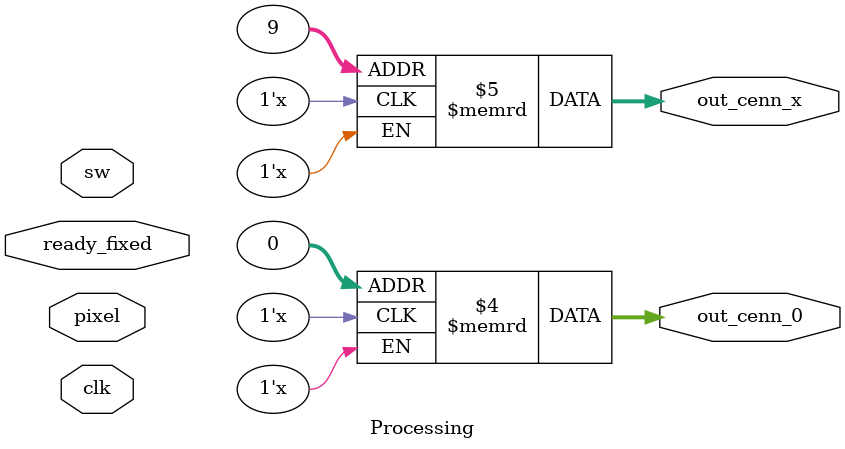
<source format=sv>
module Processing(input logic clk, ready_fixed,
                  input logic [2:0] sw,
                  input logic [width-1:0] pixel,
                  output logic [width-1:0] out_cenn_0, out_cenn_x);
    
    //Processing module contains the 10 PEs (the first PE (only one FIFO) and normal PEs (3 FIFO, one for u(input), y(out) and x(state variable)))
                  
    parameter width=15;
    parameter length_column=1024;
    parameter bit_fractional=9;
    parameter number_PEs=10; 
    
    logic [width-1:0] y[number_PEs-1:0], x[number_PEs-1:0], u[number_PEs-1:0];   //output, state variable and input of each PE
    
    First_PE PE_0(.clk, .ready_fixed, .sw, .pixel,   //definition of First PE
                  .out_neuron(y[0]), .euler_out(x[0]), .input_delay(u[0]));
                   
    defparam PE_0.width=width;
    defparam PE_0.length_column=length_column;
    defparam PE_0.bit_fractional=bit_fractional;
    
    
    genvar i;   //generate n PEs (by default is 9)
    generate
        for (i=1; i<number_PEs; i=i+1) begin : PE
            Processing_Element #(
                .width(width),
                .length_column(length_column),
                .bit_fractional(bit_fractional)
            )
            PEs (.clk, .ready_fixed, .sw, .pixel_y(y[i-1]), .pixel_x(x[i-1]), .pixel_u(u[i-1]),
                 .out_neuron(y[i]), .euler_out(x[i]), .input_delay(u[i]));    
        end 
    endgenerate
    
    assign out_cenn_0 = y[0];    //assign the first output to out_cenn_0
    assign out_cenn_x = y[number_PEs-1];   //assign the n output to out_cenn_x (by defaul n=9) (10 PEs)
    
endmodule

</source>
